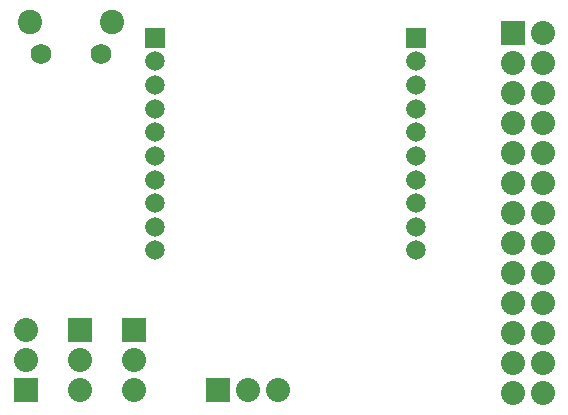
<source format=gbs>
G04 (created by PCBNEW (2013-jul-07)-stable) date ma 14. heinäkuuta 2014 13.19.26*
%MOIN*%
G04 Gerber Fmt 3.4, Leading zero omitted, Abs format*
%FSLAX34Y34*%
G01*
G70*
G90*
G04 APERTURE LIST*
%ADD10C,0.00590551*%
%ADD11R,0.08X0.08*%
%ADD12C,0.08*%
%ADD13C,0.0653*%
%ADD14R,0.0653X0.0653*%
%ADD15C,0.0692*%
%ADD16C,0.081*%
G04 APERTURE END LIST*
G54D10*
G54D11*
X22500Y-22900D03*
G54D12*
X22500Y-21900D03*
X22500Y-20900D03*
G54D11*
X26100Y-20900D03*
G54D12*
X26100Y-21900D03*
X26100Y-22900D03*
G54D11*
X24300Y-20900D03*
G54D12*
X24300Y-21900D03*
X24300Y-22900D03*
G54D11*
X38750Y-11000D03*
G54D12*
X39750Y-11000D03*
X38750Y-12000D03*
X39750Y-12000D03*
X38750Y-13000D03*
X39750Y-13000D03*
X38750Y-14000D03*
X39750Y-14000D03*
X38750Y-15000D03*
X39750Y-15000D03*
X38750Y-16000D03*
X39750Y-16000D03*
X38750Y-17000D03*
X39750Y-17000D03*
X38750Y-18000D03*
X39750Y-18000D03*
X38750Y-19000D03*
X39750Y-19000D03*
X38750Y-20000D03*
X39750Y-20000D03*
X38750Y-21000D03*
X39750Y-21000D03*
X38750Y-22000D03*
X39750Y-22000D03*
X38750Y-23000D03*
X39750Y-23000D03*
G54D13*
X26800Y-18243D03*
X26800Y-15094D03*
X26800Y-15881D03*
X26800Y-16669D03*
X26800Y-17456D03*
X26800Y-14306D03*
X26800Y-13519D03*
X26800Y-12731D03*
G54D14*
X26800Y-11157D03*
G54D13*
X26800Y-11944D03*
X35500Y-18243D03*
X35500Y-15094D03*
X35500Y-15881D03*
X35500Y-16669D03*
X35500Y-17456D03*
X35500Y-14306D03*
X35500Y-13519D03*
X35500Y-12731D03*
G54D14*
X35500Y-11157D03*
G54D13*
X35500Y-11944D03*
G54D15*
X23031Y-11692D03*
X24999Y-11692D03*
G54D16*
X22637Y-10629D03*
X25393Y-10629D03*
G54D11*
X28900Y-22900D03*
G54D12*
X29900Y-22900D03*
X30900Y-22900D03*
M02*

</source>
